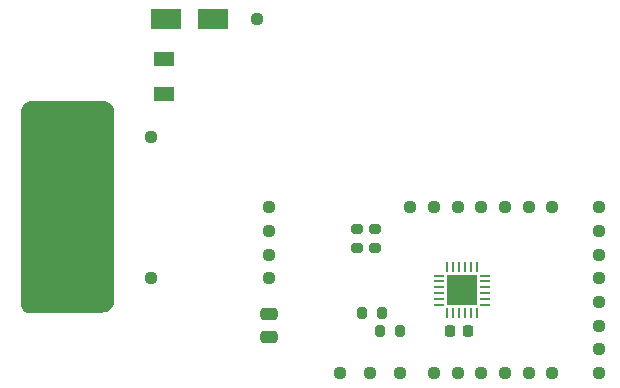
<source format=gbr>
%TF.GenerationSoftware,KiCad,Pcbnew,6.0.11+dfsg-1~bpo11+1*%
%TF.CreationDate,2024-03-27T18:48:50-04:00*%
%TF.ProjectId,WIP - Prototyping Module,57495020-2d20-4507-926f-746f74797069,0.0.0*%
%TF.SameCoordinates,Original*%
%TF.FileFunction,Soldermask,Top*%
%TF.FilePolarity,Negative*%
%FSLAX46Y46*%
G04 Gerber Fmt 4.6, Leading zero omitted, Abs format (unit mm)*
G04 Created by KiCad (PCBNEW 6.0.11+dfsg-1~bpo11+1) date 2024-03-27 18:48:50*
%MOMM*%
%LPD*%
G01*
G04 APERTURE LIST*
G04 Aperture macros list*
%AMRoundRect*
0 Rectangle with rounded corners*
0 $1 Rounding radius*
0 $2 $3 $4 $5 $6 $7 $8 $9 X,Y pos of 4 corners*
0 Add a 4 corners polygon primitive as box body*
4,1,4,$2,$3,$4,$5,$6,$7,$8,$9,$2,$3,0*
0 Add four circle primitives for the rounded corners*
1,1,$1+$1,$2,$3*
1,1,$1+$1,$4,$5*
1,1,$1+$1,$6,$7*
1,1,$1+$1,$8,$9*
0 Add four rect primitives between the rounded corners*
20,1,$1+$1,$2,$3,$4,$5,0*
20,1,$1+$1,$4,$5,$6,$7,0*
20,1,$1+$1,$6,$7,$8,$9,0*
20,1,$1+$1,$8,$9,$2,$3,0*%
G04 Aperture macros list end*
%ADD10RoundRect,0.330000X-0.170000X-0.170000X0.170000X-0.170000X0.170000X0.170000X-0.170000X0.170000X0*%
%ADD11RoundRect,0.250000X-0.475000X0.250000X-0.475000X-0.250000X0.475000X-0.250000X0.475000X0.250000X0*%
%ADD12RoundRect,0.200000X-0.200000X-0.275000X0.200000X-0.275000X0.200000X0.275000X-0.200000X0.275000X0*%
%ADD13RoundRect,0.330000X0.170000X-0.170000X0.170000X0.170000X-0.170000X0.170000X-0.170000X-0.170000X0*%
%ADD14RoundRect,0.225000X0.225000X0.250000X-0.225000X0.250000X-0.225000X-0.250000X0.225000X-0.250000X0*%
%ADD15R,1.730000X1.190000*%
%ADD16RoundRect,0.200000X-0.275000X0.200000X-0.275000X-0.200000X0.275000X-0.200000X0.275000X0.200000X0*%
%ADD17RoundRect,0.062500X0.062500X-0.350000X0.062500X0.350000X-0.062500X0.350000X-0.062500X-0.350000X0*%
%ADD18RoundRect,0.062500X0.350000X-0.062500X0.350000X0.062500X-0.350000X0.062500X-0.350000X-0.062500X0*%
%ADD19R,2.600000X2.600000*%
%ADD20R,2.500000X1.800000*%
G04 APERTURE END LIST*
D10*
%TO.C,TPc1*%
X87000000Y-114000000D03*
%TD*%
D11*
%TO.C,C2*%
X71000000Y-109050000D03*
X71000000Y-110950000D03*
%TD*%
D12*
%TO.C,R3*%
X78931000Y-108966000D03*
X80581000Y-108966000D03*
%TD*%
D10*
%TO.C,TP3*%
X71000000Y-106000000D03*
%TD*%
%TO.C,TP1*%
X61000000Y-94000000D03*
%TD*%
D13*
%TO.C,TPc4*%
X93000000Y-114000000D03*
%TD*%
D14*
%TO.C,C1*%
X87897000Y-110490000D03*
X86347000Y-110490000D03*
%TD*%
D10*
%TO.C,TPb4*%
X99000000Y-108000000D03*
%TD*%
D15*
%TO.C,F1*%
X62176000Y-90350000D03*
X62176000Y-87450000D03*
%TD*%
D16*
%TO.C,R1*%
X78486000Y-101791000D03*
X78486000Y-103441000D03*
%TD*%
D13*
%TO.C,TPa2*%
X85000000Y-100000000D03*
%TD*%
%TO.C,TPc5*%
X95000000Y-114000000D03*
%TD*%
D12*
%TO.C,R4*%
X80455000Y-110490000D03*
X82105000Y-110490000D03*
%TD*%
D13*
%TO.C,TPa4*%
X89000000Y-100000000D03*
%TD*%
%TO.C,TP9*%
X77000000Y-114000000D03*
%TD*%
D10*
%TO.C,TPb1*%
X99000000Y-102000000D03*
%TD*%
D13*
%TO.C,TPc2*%
X89000000Y-114000000D03*
%TD*%
%TO.C,TPa7*%
X95000000Y-100000000D03*
%TD*%
D17*
%TO.C,U1*%
X86126000Y-108947500D03*
X86626000Y-108947500D03*
X87126000Y-108947500D03*
X87626000Y-108947500D03*
X88126000Y-108947500D03*
X88626000Y-108947500D03*
D18*
X89313500Y-108260000D03*
X89313500Y-107760000D03*
X89313500Y-107260000D03*
X89313500Y-106760000D03*
X89313500Y-106260000D03*
X89313500Y-105760000D03*
D17*
X88626000Y-105072500D03*
X88126000Y-105072500D03*
X87626000Y-105072500D03*
X87126000Y-105072500D03*
X86626000Y-105072500D03*
X86126000Y-105072500D03*
D18*
X85438500Y-105760000D03*
X85438500Y-106260000D03*
X85438500Y-106760000D03*
X85438500Y-107260000D03*
X85438500Y-107760000D03*
X85438500Y-108260000D03*
D19*
X87376000Y-107010000D03*
%TD*%
D10*
%TO.C,TPc0*%
X85000000Y-114000000D03*
%TD*%
%TO.C,TP2*%
X70000000Y-84074000D03*
%TD*%
%TO.C,TPb5*%
X99000000Y-110000000D03*
%TD*%
%TO.C,TP7*%
X61000000Y-106000000D03*
%TD*%
D13*
%TO.C,TPa0*%
X82080000Y-114000000D03*
%TD*%
%TO.C,TPa6*%
X93000000Y-100000000D03*
%TD*%
%TO.C,TPa1*%
X83000000Y-100000000D03*
%TD*%
D10*
%TO.C,TPb2*%
X99000000Y-104000000D03*
%TD*%
%TO.C,TP6*%
X71000000Y-104000000D03*
%TD*%
D13*
%TO.C,TP8*%
X79540000Y-114000000D03*
%TD*%
D16*
%TO.C,R2*%
X80010000Y-101791000D03*
X80010000Y-103441000D03*
%TD*%
D13*
%TO.C,TPa5*%
X91000000Y-100000000D03*
%TD*%
D10*
%TO.C,TPb7*%
X99000000Y-114000000D03*
%TD*%
%TO.C,TPb0*%
X99000000Y-100000000D03*
%TD*%
D20*
%TO.C,D1*%
X66262000Y-84074000D03*
X62262000Y-84074000D03*
%TD*%
D10*
%TO.C,TPb3*%
X99000000Y-106000000D03*
%TD*%
D13*
%TO.C,TPc3*%
X91000000Y-114000000D03*
%TD*%
%TO.C,TPa3*%
X87000000Y-100000000D03*
%TD*%
D10*
%TO.C,TP4*%
X71000000Y-100000000D03*
%TD*%
%TO.C,TP5*%
X71000000Y-102000000D03*
%TD*%
%TO.C,TPb6*%
X99000000Y-112000000D03*
%TD*%
G36*
X56944163Y-90960607D02*
G01*
X57120737Y-90977998D01*
X57144963Y-90982816D01*
X57308809Y-91032518D01*
X57331629Y-91041971D01*
X57482628Y-91122681D01*
X57503166Y-91136404D01*
X57635515Y-91245020D01*
X57652980Y-91262485D01*
X57761596Y-91394834D01*
X57775319Y-91415372D01*
X57856029Y-91566371D01*
X57865482Y-91589191D01*
X57915184Y-91753037D01*
X57920002Y-91777263D01*
X57937393Y-91953837D01*
X57938000Y-91966187D01*
X57938000Y-107885813D01*
X57937393Y-107898163D01*
X57920002Y-108074737D01*
X57915184Y-108098963D01*
X57865482Y-108262809D01*
X57856029Y-108285629D01*
X57775319Y-108436628D01*
X57761596Y-108457166D01*
X57652980Y-108589515D01*
X57635515Y-108606980D01*
X57503166Y-108715596D01*
X57482628Y-108729319D01*
X57331629Y-108810029D01*
X57308809Y-108819482D01*
X57144963Y-108869184D01*
X57120737Y-108874002D01*
X56944163Y-108891393D01*
X56931813Y-108892000D01*
X50515629Y-108892000D01*
X50450833Y-108874062D01*
X50450311Y-108873749D01*
X50440048Y-108866890D01*
X50430088Y-108859503D01*
X50425214Y-108855700D01*
X50371050Y-108811249D01*
X50366366Y-108807208D01*
X50300884Y-108747858D01*
X50292142Y-108739116D01*
X50234868Y-108675925D01*
X50227022Y-108666365D01*
X50176223Y-108597869D01*
X50169354Y-108587589D01*
X50125508Y-108514437D01*
X50119679Y-108503531D01*
X50083213Y-108426429D01*
X50078482Y-108415006D01*
X50049756Y-108334723D01*
X50046166Y-108322890D01*
X50025442Y-108240153D01*
X50023030Y-108228027D01*
X50010062Y-108140609D01*
X50009305Y-108134471D01*
X50004968Y-108090440D01*
X50004702Y-108087357D01*
X50001432Y-108043019D01*
X50001129Y-108036844D01*
X50000038Y-107992419D01*
X50000000Y-107989326D01*
X50000000Y-92010674D01*
X50000038Y-92007581D01*
X50001129Y-91963156D01*
X50001432Y-91956981D01*
X50004702Y-91912643D01*
X50004968Y-91909560D01*
X50009305Y-91865529D01*
X50010062Y-91859392D01*
X50023029Y-91771976D01*
X50025441Y-91759849D01*
X50046164Y-91677117D01*
X50049753Y-91665284D01*
X50078482Y-91584991D01*
X50083214Y-91573567D01*
X50119679Y-91496468D01*
X50125508Y-91485563D01*
X50169354Y-91412411D01*
X50176223Y-91402131D01*
X50227018Y-91333641D01*
X50234862Y-91324083D01*
X50292140Y-91260885D01*
X50300885Y-91252140D01*
X50364076Y-91194867D01*
X50373635Y-91187022D01*
X50442131Y-91136223D01*
X50452411Y-91129354D01*
X50525563Y-91085508D01*
X50536469Y-91079679D01*
X50613565Y-91043216D01*
X50624988Y-91038485D01*
X50705285Y-91009754D01*
X50717118Y-91006164D01*
X50799849Y-90985441D01*
X50811976Y-90983029D01*
X50899392Y-90970062D01*
X50905529Y-90969305D01*
X50949560Y-90964968D01*
X50952643Y-90964702D01*
X50996981Y-90961432D01*
X51003156Y-90961129D01*
X51047581Y-90960038D01*
X51050674Y-90960000D01*
X56931813Y-90960000D01*
X56944163Y-90960607D01*
G37*
M02*

</source>
